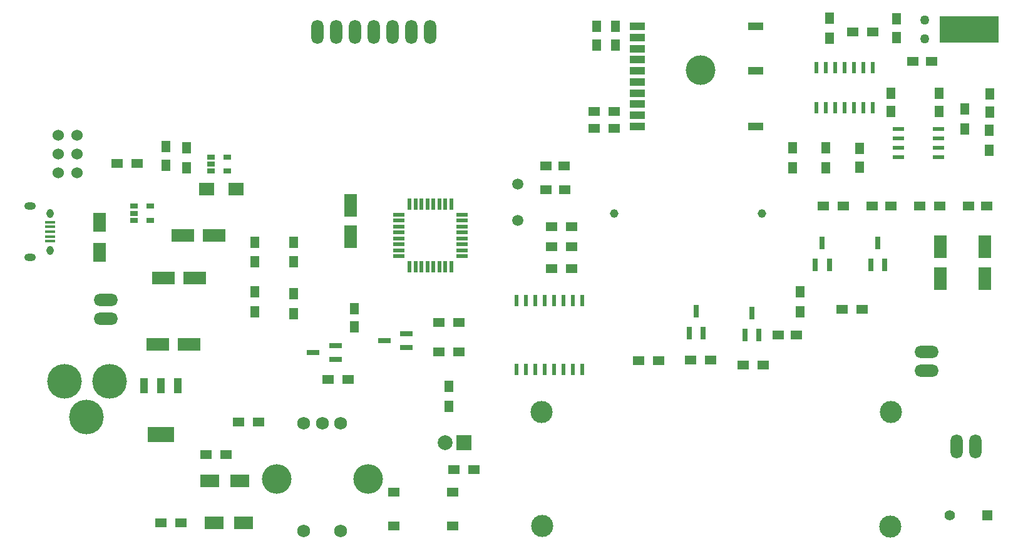
<source format=gbr>
G04 #@! TF.FileFunction,Soldermask,Top*
%FSLAX46Y46*%
G04 Gerber Fmt 4.6, Leading zero omitted, Abs format (unit mm)*
G04 Created by KiCad (PCBNEW 4.0.2-stable) date 27/06/2016 23:08:48*
%MOMM*%
G01*
G04 APERTURE LIST*
%ADD10C,0.100000*%
%ADD11O,1.638300X3.276600*%
%ADD12O,3.276600X1.638300*%
%ADD13C,3.000000*%
%ADD14R,1.500000X1.250000*%
%ADD15R,1.250000X1.500000*%
%ADD16R,3.149600X1.800860*%
%ADD17R,1.800860X3.149600*%
%ADD18R,1.400000X1.400000*%
%ADD19C,1.400000*%
%ADD20R,2.000000X2.000000*%
%ADD21C,2.000000*%
%ADD22C,1.750000*%
%ADD23O,4.000000X4.000000*%
%ADD24R,1.600000X0.550000*%
%ADD25R,0.550000X1.600000*%
%ADD26R,1.350000X0.400000*%
%ADD27O,0.950000X1.250000*%
%ADD28O,1.550000X1.000000*%
%ADD29R,0.800100X1.800860*%
%ADD30R,1.800860X0.800100*%
%ADD31R,1.300000X1.500000*%
%ADD32R,1.500000X1.300000*%
%ADD33R,2.000000X1.700000*%
%ADD34R,0.600000X1.500000*%
%ADD35R,1.550000X0.600000*%
%ADD36R,1.060000X0.650000*%
%ADD37R,3.657600X2.032000*%
%ADD38R,1.016000X2.032000*%
%ADD39R,1.549400X1.297940*%
%ADD40C,1.501140*%
%ADD41R,2.000000X1.000000*%
%ADD42C,4.000000*%
%ADD43C,1.524000*%
%ADD44C,4.699000*%
%ADD45R,2.499360X1.800860*%
%ADD46C,1.155700*%
%ADD47R,1.800860X2.499360*%
%ADD48C,1.270000*%
%ADD49R,8.000000X3.600000*%
G04 APERTURE END LIST*
D10*
D11*
X151980000Y-61950000D03*
X149440000Y-61950000D03*
X146900000Y-61950000D03*
X144360000Y-61950000D03*
X141820000Y-61950000D03*
X139280000Y-61950000D03*
X136740000Y-61950000D03*
D12*
X219120000Y-107770000D03*
X219120000Y-105230000D03*
D13*
X167050000Y-113400000D03*
X167100000Y-128800000D03*
X214200000Y-128900000D03*
X214300000Y-113400000D03*
D14*
X219750000Y-66000000D03*
X217250000Y-66000000D03*
D15*
X215000000Y-60250000D03*
X215000000Y-62750000D03*
D14*
X211750000Y-85500000D03*
X214250000Y-85500000D03*
D16*
X119375980Y-104250000D03*
X115124020Y-104250000D03*
D15*
X210000000Y-77750000D03*
X210000000Y-80250000D03*
D17*
X220980000Y-91054020D03*
X220980000Y-95305980D03*
D16*
X118529120Y-89521900D03*
X122781080Y-89521900D03*
D14*
X224750000Y-85500000D03*
X227250000Y-85500000D03*
D18*
X227270000Y-127350000D03*
D19*
X222270000Y-127350000D03*
D15*
X227630000Y-72830000D03*
X227630000Y-70330000D03*
D17*
X226980000Y-91054020D03*
X226980000Y-95305980D03*
D16*
X120125980Y-95250000D03*
X115874020Y-95250000D03*
D17*
X141185000Y-89651880D03*
X141185000Y-85399920D03*
D15*
X141693700Y-101890000D03*
X141693700Y-99390000D03*
D14*
X170090000Y-80100000D03*
X167590000Y-80100000D03*
X167620000Y-83320000D03*
X170120000Y-83320000D03*
D20*
X156500000Y-117500000D03*
D21*
X153960000Y-117500000D03*
D22*
X139892900Y-114926300D03*
X134892900Y-114926300D03*
X137392900Y-114926300D03*
X134892900Y-129426300D03*
X139892900Y-129426300D03*
D23*
X131192900Y-122426300D03*
X143592900Y-122426300D03*
D24*
X156250000Y-92300000D03*
X156250000Y-91500000D03*
X156250000Y-90700000D03*
X156250000Y-89900000D03*
X156250000Y-89100000D03*
X156250000Y-88300000D03*
X156250000Y-87500000D03*
X156250000Y-86700000D03*
D25*
X154800000Y-85250000D03*
X154000000Y-85250000D03*
X153200000Y-85250000D03*
X152400000Y-85250000D03*
X151600000Y-85250000D03*
X150800000Y-85250000D03*
X150000000Y-85250000D03*
X149200000Y-85250000D03*
D24*
X147750000Y-86700000D03*
X147750000Y-87500000D03*
X147750000Y-88300000D03*
X147750000Y-89100000D03*
X147750000Y-89900000D03*
X147750000Y-90700000D03*
X147750000Y-91500000D03*
X147750000Y-92300000D03*
D25*
X149200000Y-93750000D03*
X150000000Y-93750000D03*
X150800000Y-93750000D03*
X151600000Y-93750000D03*
X152400000Y-93750000D03*
X153200000Y-93750000D03*
X154000000Y-93750000D03*
X154800000Y-93750000D03*
D26*
X100562540Y-87699100D03*
X100562540Y-88349100D03*
X100562540Y-88999100D03*
X100562540Y-89649100D03*
X100562540Y-90299100D03*
D27*
X100562540Y-86499100D03*
X100562540Y-91499100D03*
D28*
X97862540Y-85499100D03*
X97862540Y-92499100D03*
D29*
X204050000Y-93501140D03*
X205950000Y-93501140D03*
X205000000Y-90498860D03*
X211550000Y-93501140D03*
X213450000Y-93501140D03*
X212500000Y-90498860D03*
X194550000Y-103001140D03*
X196450000Y-103001140D03*
X195500000Y-99998860D03*
X186990100Y-102749540D03*
X188890100Y-102749540D03*
X187940100Y-99747260D03*
D30*
X139135240Y-106273200D03*
X139135240Y-104373200D03*
X136132960Y-105323200D03*
X148751140Y-104700000D03*
X148751140Y-102800000D03*
X145748860Y-103750000D03*
D31*
X205500000Y-77650000D03*
X205500000Y-80350000D03*
D32*
X209150000Y-62000000D03*
X211850000Y-62000000D03*
D31*
X206000000Y-62850000D03*
X206000000Y-60150000D03*
X227540000Y-75260000D03*
X227540000Y-77960000D03*
X154540000Y-109910000D03*
X154540000Y-112610000D03*
X201000000Y-80350000D03*
X201000000Y-77650000D03*
X224270000Y-75080000D03*
X224270000Y-72380000D03*
D32*
X205150000Y-85500000D03*
X207850000Y-85500000D03*
X218150000Y-85500000D03*
X220850000Y-85500000D03*
X112319500Y-79762100D03*
X109619500Y-79762100D03*
X194330000Y-107020000D03*
X197030000Y-107020000D03*
D31*
X202000000Y-99850000D03*
X202000000Y-97150000D03*
D32*
X207650000Y-99500000D03*
X210350000Y-99500000D03*
X187150000Y-106394600D03*
X189850000Y-106394600D03*
X124330000Y-119100000D03*
X121630000Y-119100000D03*
X128760000Y-114720000D03*
X126060000Y-114720000D03*
X118270000Y-128400000D03*
X115570000Y-128400000D03*
X180150000Y-106450000D03*
X182850000Y-106450000D03*
X140850000Y-109000000D03*
X138150000Y-109000000D03*
X153150000Y-105250000D03*
X155850000Y-105250000D03*
D31*
X128250000Y-90400000D03*
X128250000Y-93100000D03*
X128250000Y-97150000D03*
X128250000Y-99850000D03*
X133500000Y-90400000D03*
X133500000Y-93100000D03*
X133500000Y-97400000D03*
X133500000Y-100100000D03*
X119000000Y-77650000D03*
X119000000Y-80350000D03*
D32*
X155871000Y-101297700D03*
X153171000Y-101297700D03*
D33*
X125750000Y-83250000D03*
X121750000Y-83250000D03*
D32*
X176850000Y-75000000D03*
X174150000Y-75000000D03*
X171060000Y-93980000D03*
X168360000Y-93980000D03*
X171100000Y-90990000D03*
X168400000Y-90990000D03*
X171060000Y-88290000D03*
X168360000Y-88290000D03*
X157860000Y-121200000D03*
X155160000Y-121200000D03*
D34*
X211810000Y-66800000D03*
X210540000Y-66800000D03*
X209270000Y-66800000D03*
X208000000Y-66800000D03*
X206730000Y-66800000D03*
X205460000Y-66800000D03*
X204190000Y-66800000D03*
X204190000Y-72200000D03*
X205460000Y-72200000D03*
X206730000Y-72200000D03*
X208000000Y-72200000D03*
X209270000Y-72200000D03*
X210540000Y-72200000D03*
X211810000Y-72200000D03*
D35*
X215300000Y-75095000D03*
X215300000Y-76365000D03*
X215300000Y-77635000D03*
X215300000Y-78905000D03*
X220700000Y-78905000D03*
X220700000Y-77635000D03*
X220700000Y-76365000D03*
X220700000Y-75095000D03*
D36*
X122344500Y-78906800D03*
X122344500Y-79856800D03*
X122344500Y-80806800D03*
X124544500Y-80806800D03*
X124544500Y-78906800D03*
D34*
X163655000Y-107630000D03*
X164925000Y-107630000D03*
X166195000Y-107630000D03*
X167465000Y-107630000D03*
X168735000Y-107630000D03*
X170005000Y-107630000D03*
X171275000Y-107630000D03*
X172545000Y-107630000D03*
X172545000Y-98330000D03*
X171275000Y-98330000D03*
X170005000Y-98330000D03*
X168735000Y-98330000D03*
X167465000Y-98330000D03*
X166195000Y-98330000D03*
X164925000Y-98330000D03*
X163655000Y-98330000D03*
D36*
X111900000Y-85550000D03*
X111900000Y-86500000D03*
X111900000Y-87450000D03*
X114100000Y-87450000D03*
X114100000Y-85550000D03*
D37*
X115521500Y-116386100D03*
D38*
X115521500Y-109782100D03*
X113235500Y-109782100D03*
X117807500Y-109782100D03*
D15*
X116250000Y-77500000D03*
X116250000Y-80000000D03*
D32*
X176850000Y-72750000D03*
X174150000Y-72750000D03*
D39*
X154972560Y-128747900D03*
X147027440Y-128747900D03*
X154972560Y-124252100D03*
X147027440Y-124252100D03*
D40*
X163780000Y-82599060D03*
X163780000Y-87480940D03*
D15*
X174500000Y-61250000D03*
X174500000Y-63750000D03*
X177000000Y-61250000D03*
X177000000Y-63750000D03*
X214250000Y-72750000D03*
X214250000Y-70250000D03*
D14*
X199000000Y-103000000D03*
X201500000Y-103000000D03*
D15*
X220750000Y-72750000D03*
X220750000Y-70250000D03*
D41*
X196000000Y-61250000D03*
X180000000Y-61250000D03*
X180000000Y-62750000D03*
X180000000Y-64250000D03*
X180000000Y-65750000D03*
X196000000Y-67250000D03*
X180000000Y-67250000D03*
X180000000Y-68750000D03*
X180000000Y-70250000D03*
X180000000Y-71750000D03*
X180000000Y-73250000D03*
X196000000Y-74750000D03*
X180000000Y-74750000D03*
D42*
X188500000Y-67150000D03*
D43*
X101700000Y-75931800D03*
X104240000Y-75931800D03*
X101700000Y-78471800D03*
X104240000Y-78471800D03*
X101700000Y-81011800D03*
X104240000Y-81011800D03*
D11*
X223170000Y-118000000D03*
X225710000Y-118000000D03*
D44*
X108598800Y-109250000D03*
X105500000Y-114048060D03*
X102500260Y-109250000D03*
D12*
X108120000Y-100770000D03*
X108120000Y-98230000D03*
D45*
X126188980Y-122710000D03*
X122191020Y-122710000D03*
X126718980Y-128360000D03*
X122721020Y-128360000D03*
D46*
X196848880Y-86500000D03*
X176851460Y-86500000D03*
D47*
X107250000Y-91748980D03*
X107250000Y-87751020D03*
D48*
X218880000Y-62880000D03*
X218880000Y-60340000D03*
D49*
X224880000Y-61610000D03*
M02*

</source>
